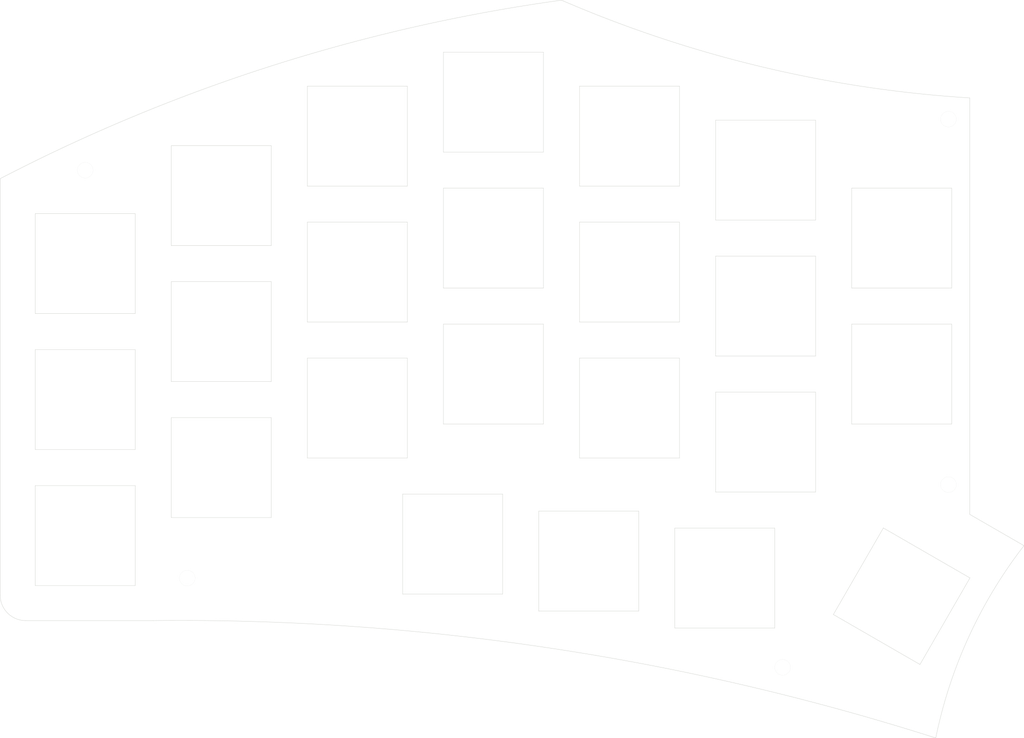
<source format=kicad_pcb>
(kicad_pcb (version 20240108) (generator "pcbnew") (generator_version "8.0")
  (layers (0 "F.Cu" signal) (31 "B.Cu" signal) (34 "B.Paste" user) (35 "F.Paste" user) (36 "B.SilkS" user "B.Silkscreen") (37 "F.SilkS" user "F.Silkscreen") (38 "B.Mask" user) (39 "F.Mask" user) (44 "Edge.Cuts" user))
  (net 0 "")
  (footprint "taka_lib:SH_1U" (layer "F.Cu") (at 150.01875 97.63125)
    (property "Reference" "SW16" (hide yes))
    (property "Value" "SW_Push" (hide yes))
    (fp_line (start -7 -7) (end -7 7) (stroke (width 0.05)) (layer "Edge.Cuts"))
    (fp_line (start -7 7) (end 7 7) (stroke (width 0.05)) (layer "Edge.Cuts"))
    (fp_line (start 7 -7) (end -7 -7) (stroke (width 0.05)) (layer "Edge.Cuts"))
    (fp_line (start 7 7) (end 7 -7) (stroke (width 0.05)) (layer "Edge.Cuts"))
  )
  (footprint "taka_lib:SH_1U" (layer "F.Cu") (at 150.018747 59.531247)
    (property "Reference" "SW14" (hide yes))
    (property "Value" "SW_Push" (hide yes))
    (fp_line (start -7 -7) (end -7 7) (stroke (width 0.05)) (layer "Edge.Cuts"))
    (fp_line (start -7 7) (end 7 7) (stroke (width 0.05)) (layer "Edge.Cuts"))
    (fp_line (start 7 -7) (end -7 -7) (stroke (width 0.05)) (layer "Edge.Cuts"))
    (fp_line (start 7 7) (end 7 -7) (stroke (width 0.05)) (layer "Edge.Cuts"))
  )
  (footprint "taka_lib:SH_1U" (layer "F.Cu") (at 163.353748 121.44375)
    (property "Reference" "SW21" (hide yes))
    (property "Value" "SW_Push" (hide yes))
    (fp_line (start -7 -7) (end -7 7) (stroke (width 0.05)) (layer "Edge.Cuts"))
    (fp_line (start -7 7) (end 7 7) (stroke (width 0.05)) (layer "Edge.Cuts"))
    (fp_line (start 7 -7) (end -7 -7) (stroke (width 0.05)) (layer "Edge.Cuts"))
    (fp_line (start 7 7) (end 7 -7) (stroke (width 0.05)) (layer "Edge.Cuts"))
  )
  (footprint "taka_lib:SH_1U" (layer "F.Cu") (at 130.968747 54.768745)
    (property "Reference" "SW10" (hide yes))
    (property "Value" "SW_Push" (hide yes))
    (fp_line (start -7 -7) (end -7 7) (stroke (width 0.05)) (layer "Edge.Cuts"))
    (fp_line (start -7 7) (end 7 7) (stroke (width 0.05)) (layer "Edge.Cuts"))
    (fp_line (start 7 -7) (end -7 -7) (stroke (width 0.05)) (layer "Edge.Cuts"))
    (fp_line (start 7 7) (end 7 -7) (stroke (width 0.05)) (layer "Edge.Cuts"))
  )
  (footprint "taka_lib:SH_1U" (layer "F.Cu") (at 111.918748 97.631249)
    (property "Reference" "SW9" (hide yes))
    (property "Value" "SW_Push" (hide yes))
    (fp_line (start -7 -7) (end -7 7) (stroke (width 0.05)) (layer "Edge.Cuts"))
    (fp_line (start -7 7) (end 7 7) (stroke (width 0.05)) (layer "Edge.Cuts"))
    (fp_line (start 7 -7) (end -7 -7) (stroke (width 0.05)) (layer "Edge.Cuts"))
    (fp_line (start 7 7) (end 7 -7) (stroke (width 0.05)) (layer "Edge.Cuts"))
  )
  (footprint "taka_lib:SH_1U" (layer "F.Cu") (at 188.11875 123.983748 60)
    (property "Reference" "SW24" (hide yes))
    (property "Value" "SW_Push" (hide yes))
    (fp_line (start -7 -7) (end -7 7) (stroke (width 0.05)) (layer "Edge.Cuts"))
    (fp_line (start 7 -7) (end -7 -7) (stroke (width 0.05)) (layer "Edge.Cuts"))
    (fp_line (start -7 7) (end 7 7) (stroke (width 0.05)) (layer "Edge.Cuts"))
    (fp_line (start 7 7) (end 7 -7) (stroke (width 0.05)) (layer "Edge.Cuts"))
  )
  (footprint "taka_lib:SH_1U" (layer "F.Cu") (at 144.303747 119.062501)
    (property "Reference" "SW17" (hide yes))
    (property "Value" "SW_Push" (hide yes))
    (fp_line (start -7 -7) (end -7 7) (stroke (width 0.05)) (layer "Edge.Cuts"))
    (fp_line (start -7 7) (end 7 7) (stroke (width 0.05)) (layer "Edge.Cuts"))
    (fp_line (start 7 -7) (end -7 -7) (stroke (width 0.05)) (layer "Edge.Cuts"))
    (fp_line (start 7 7) (end 7 -7) (stroke (width 0.05)) (layer "Edge.Cuts"))
  )
  (footprint "taka_lib:SH_1U" (layer "F.Cu") (at 92.868745 67.865625)
    (property "Reference" "SW4" (hide yes))
    (property "Value" "SW_Push" (hide yes))
    (fp_line (start -7 -7) (end -7 7) (stroke (width 0.05)) (layer "Edge.Cuts"))
    (fp_line (start -7 7) (end 7 7) (stroke (width 0.05)) (layer "Edge.Cuts"))
    (fp_line (start 7 -7) (end -7 -7) (stroke (width 0.05)) (layer "Edge.Cuts"))
    (fp_line (start 7 7) (end 7 -7) (stroke (width 0.05)) (layer "Edge.Cuts"))
  )
  (footprint "taka_lib:SH_1U" (layer "F.Cu") (at 73.818748 96.440625)
    (property "Reference" "SW2" (hide yes))
    (property "Value" "SW_Push" (hide yes))
    (fp_line (start -7 -7) (end -7 7) (stroke (width 0.05)) (layer "Edge.Cuts"))
    (fp_line (start -7 7) (end 7 7) (stroke (width 0.05)) (layer "Edge.Cuts"))
    (fp_line (start 7 -7) (end -7 -7) (stroke (width 0.05)) (layer "Edge.Cuts"))
    (fp_line (start 7 7) (end 7 -7) (stroke (width 0.05)) (layer "Edge.Cuts"))
  )
  (footprint "kbd_Hole:m2_Screw_Hole_EdgeCuts" (layer "F.Cu") (at 171.450116 133.945409)
    (property "Reference" "Ref**" (hide yes))
    (property "Value" "Val**" (hide yes))
    (fp_circle (center 0 0) (end 1.1 0) (stroke (width 0.01)) (fill none) (layer "Edge.Cuts"))
  )
  (footprint "taka_lib:SH_1U" (layer "F.Cu") (at 73.818748 115.490621)
    (property "Reference" "SW3" (hide yes))
    (property "Value" "SW_Push" (hide yes))
    (fp_line (start -7 -7) (end -7 7) (stroke (width 0.05)) (layer "Edge.Cuts"))
    (fp_line (start -7 7) (end 7 7) (stroke (width 0.05)) (layer "Edge.Cuts"))
    (fp_line (start 7 -7) (end -7 -7) (stroke (width 0.05)) (layer "Edge.Cuts"))
    (fp_line (start 7 7) (end 7 -7) (stroke (width 0.05)) (layer "Edge.Cuts"))
  )
  (footprint "taka_lib:SH_1U" (layer "F.Cu") (at 169.068749 83.34375)
    (property "Reference" "SW19" (hide yes))
    (property "Value" "SW_Push" (hide yes))
    (fp_line (start -7 -7) (end -7 7) (stroke (width 0.05)) (layer "Edge.Cuts"))
    (fp_line (start -7 7) (end 7 7) (stroke (width 0.05)) (layer "Edge.Cuts"))
    (fp_line (start 7 -7) (end -7 -7) (stroke (width 0.05)) (layer "Edge.Cuts"))
    (fp_line (start 7 7) (end 7 -7) (stroke (width 0.05)) (layer "Edge.Cuts"))
  )
  (footprint "taka_lib:SH_1U" (layer "F.Cu") (at 92.868748 86.915625)
    (property "Reference" "SW5" (hide yes))
    (property "Value" "SW_Push" (hide yes))
    (fp_line (start -7 -7) (end -7 7) (stroke (width 0.05)) (layer "Edge.Cuts"))
    (fp_line (start -7 7) (end 7 7) (stroke (width 0.05)) (layer "Edge.Cuts"))
    (fp_line (start 7 -7) (end -7 -7) (stroke (width 0.05)) (layer "Edge.Cuts"))
    (fp_line (start 7 7) (end 7 -7) (stroke (width 0.05)) (layer "Edge.Cuts"))
  )
  (footprint "taka_lib:SH_1U" (layer "F.Cu") (at 111.918746 59.531246)
    (property "Reference" "SW7" (hide yes))
    (property "Value" "SW_Push" (hide yes))
    (fp_line (start -7 -7) (end -7 7) (stroke (width 0.05)) (layer "Edge.Cuts"))
    (fp_line (start -7 7) (end 7 7) (stroke (width 0.05)) (layer "Edge.Cuts"))
    (fp_line (start 7 -7) (end -7 -7) (stroke (width 0.05)) (layer "Edge.Cuts"))
    (fp_line (start 7 7) (end 7 -7) (stroke (width 0.05)) (layer "Edge.Cuts"))
  )
  (footprint "taka_lib:SH_1U" (layer "F.Cu") (at 130.968747 73.818747)
    (property "Reference" "SW11" (hide yes))
    (property "Value" "SW_Push" (hide yes))
    (fp_line (start -7 -7) (end -7 7) (stroke (width 0.05)) (layer "Edge.Cuts"))
    (fp_line (start -7 7) (end 7 7) (stroke (width 0.05)) (layer "Edge.Cuts"))
    (fp_line (start 7 -7) (end -7 -7) (stroke (width 0.05)) (layer "Edge.Cuts"))
    (fp_line (start 7 7) (end 7 -7) (stroke (width 0.05)) (layer "Edge.Cuts"))
  )
  (footprint "taka_lib:SH_1U" (layer "F.Cu") (at 169.068748 64.293746)
    (property "Reference" "SW18" (hide yes))
    (property "Value" "SW_Push" (hide yes))
    (fp_line (start -7 -7) (end -7 7) (stroke (width 0.05)) (layer "Edge.Cuts"))
    (fp_line (start -7 7) (end 7 7) (stroke (width 0.05)) (layer "Edge.Cuts"))
    (fp_line (start 7 -7) (end -7 -7) (stroke (width 0.05)) (layer "Edge.Cuts"))
    (fp_line (start 7 7) (end 7 -7) (stroke (width 0.05)) (layer "Edge.Cuts"))
  )
  (footprint "kbd_Hole:m2_Screw_Hole_EdgeCuts" (layer "F.Cu") (at 194.667192 57.149999)
    (property "Reference" "Ref**" (hide yes))
    (property "Value" "Val**" (hide yes))
    (fp_circle (center 0 0) (end 1.1 0) (stroke (width 0.01)) (fill none) (layer "Edge.Cuts"))
  )
  (footprint "taka_lib:SH_1U" (layer "F.Cu") (at 150.018747 78.58125)
    (property "Reference" "SW15" (hide yes))
    (property "Value" "SW_Push" (hide yes))
    (fp_line (start -7 -7) (end -7 7) (stroke (width 0.05)) (layer "Edge.Cuts"))
    (fp_line (start -7 7) (end 7 7) (stroke (width 0.05)) (layer "Edge.Cuts"))
    (fp_line (start 7 -7) (end -7 -7) (stroke (width 0.05)) (layer "Edge.Cuts"))
    (fp_line (start 7 7) (end 7 -7) (stroke (width 0.05)) (layer "Edge.Cuts"))
  )
  (footprint "taka_lib:SH_1U" (layer "F.Cu") (at 111.918748 78.581249)
    (property "Reference" "SW8" (hide yes))
    (property "Value" "SW_Push" (hide yes))
    (fp_line (start -7 -7) (end -7 7) (stroke (width 0.05)) (layer "Edge.Cuts"))
    (fp_line (start -7 7) (end 7 7) (stroke (width 0.05)) (layer "Edge.Cuts"))
    (fp_line (start 7 -7) (end -7 -7) (stroke (width 0.05)) (layer "Edge.Cuts"))
    (fp_line (start 7 7) (end 7 -7) (stroke (width 0.05)) (layer "Edge.Cuts"))
  )
  (footprint "kbd_Hole:m2_Screw_Hole_EdgeCuts" (layer "F.Cu") (at 73.818749 64.293749)
    (property "Reference" "Ref**" (hide yes))
    (property "Value" "Val**" (hide yes))
    (fp_circle (center 0 0) (end 1.1 0) (stroke (width 0.01)) (fill none) (layer "Edge.Cuts"))
  )
  (footprint "taka_lib:SH_1U" (layer "F.Cu") (at 130.968749 92.868751)
    (property "Reference" "SW12" (hide yes))
    (property "Value" "SW_Push" (hide yes))
    (fp_line (start -7 -7) (end -7 7) (stroke (width 0.05)) (layer "Edge.Cuts"))
    (fp_line (start -7 7) (end 7 7) (stroke (width 0.05)) (layer "Edge.Cuts"))
    (fp_line (start 7 -7) (end -7 -7) (stroke (width 0.05)) (layer "Edge.Cuts"))
    (fp_line (start 7 7) (end 7 -7) (stroke (width 0.05)) (layer "Edge.Cuts"))
  )
  (footprint "taka_lib:SH_1U" (layer "F.Cu") (at 125.253747 116.681251)
    (property "Reference" "SW13" (hide yes))
    (property "Value" "RotaryEncoder_Switch" (hide yes))
    (fp_line (start -7 -7) (end -7 7) (stroke (width 0.05)) (layer "Edge.Cuts"))
    (fp_line (start -7 7) (end 7 7) (stroke (width 0.05)) (layer "Edge.Cuts"))
    (fp_line (start 7 -7) (end -7 -7) (stroke (width 0.05)) (layer "Edge.Cuts"))
    (fp_line (start 7 7) (end 7 -7) (stroke (width 0.05)) (layer "Edge.Cuts"))
  )
  (footprint "taka_lib:SH_1U" (layer "F.Cu") (at 169.068749 102.39375)
    (property "Reference" "SW20" (hide yes))
    (property "Value" "SW_Push" (hide yes))
    (fp_line (start -7 -7) (end -7 7) (stroke (width 0.05)) (layer "Edge.Cuts"))
    (fp_line (start -7 7) (end 7 7) (stroke (width 0.05)) (layer "Edge.Cuts"))
    (fp_line (start 7 -7) (end -7 -7) (stroke (width 0.05)) (layer "Edge.Cuts"))
    (fp_line (start 7 7) (end 7 -7) (stroke (width 0.05)) (layer "Edge.Cuts"))
  )
  (footprint "kbd_Hole:m2_Screw_Hole_EdgeCuts" (layer "F.Cu") (at 88.106247 121.443749)
    (property "Reference" "Ref**" (hide yes))
    (property "Value" "Val**" (hide yes))
    (fp_circle (center 0 0) (end 1.1 0) (stroke (width 0.01)) (fill none) (layer "Edge.Cuts"))
  )
  (footprint "kbd_Hole:m2_Screw_Hole_EdgeCuts" (layer "F.Cu") (at 194.667192 108.346904)
    (property "Reference" "Ref**" (hide yes))
    (property "Value" "Val**" (hide yes))
    (fp_circle (center 0 0) (end 1.1 0) (stroke (width 0.01)) (fill none) (layer "Edge.Cuts"))
  )
  (footprint "taka_lib:SH_1U" (layer "F.Cu") (at 188.118749 92.86875)
    (property "Reference" "SW23" (hide yes))
    (property "Value" "RotaryEncoder_Switch" (hide yes))
    (fp_line (start -7 -7) (end -7 7) (stroke (width 0.05)) (layer "Edge.Cuts"))
    (fp_line (start -7 7) (end 7 7) (stroke (width 0.05)) (layer "Edge.Cuts"))
    (fp_line (start 7 -7) (end -7 -7) (stroke (width 0.05)) (layer "Edge.Cuts"))
    (fp_line (start 7 7) (end 7 -7) (stroke (width 0.05)) (layer "Edge.Cuts"))
  )
  (footprint "taka_lib:SH_1U" (layer "F.Cu") (at 73.818748 77.390625)
    (property "Reference" "SW1" (hide yes))
    (property "Value" "SW_Push" (hide yes))
    (fp_line (start -7 -7) (end -7 7) (stroke (width 0.05)) (layer "Edge.Cuts"))
    (fp_line (start -7 7) (end 7 7) (stroke (width 0.05)) (layer "Edge.Cuts"))
    (fp_line (start 7 -7) (end -7 -7) (stroke (width 0.05)) (layer "Edge.Cuts"))
    (fp_line (start 7 7) (end 7 -7) (stroke (width 0.05)) (layer "Edge.Cuts"))
  )
  (footprint "taka_lib:SH_1U" (layer "F.Cu") (at 188.118749 73.81875)
    (property "Reference" "SW22" (hide yes))
    (property "Value" "RotaryEncoder_Switch" (hide yes))
    (fp_line (start -7 -7) (end -7 7) (stroke (width 0.05)) (layer "Edge.Cuts"))
    (fp_line (start -7 7) (end 7 7) (stroke (width 0.05)) (layer "Edge.Cuts"))
    (fp_line (start 7 -7) (end -7 -7) (stroke (width 0.05)) (layer "Edge.Cuts"))
    (fp_line (start 7 7) (end 7 -7) (stroke (width 0.05)) (layer "Edge.Cuts"))
  )
  (footprint "taka_lib:SH_1U" (layer "F.Cu") (at 92.868746 105.965626)
    (property "Reference" "SW6" (hide yes))
    (property "Value" "SW_Push" (hide yes))
    (fp_line (start -7 -7) (end -7 7) (stroke (width 0.05)) (layer "Edge.Cuts"))
    (fp_line (start -7 7) (end 7 7) (stroke (width 0.05)) (layer "Edge.Cuts"))
    (fp_line (start 7 -7) (end -7 -7) (stroke (width 0.05)) (layer "Edge.Cuts"))
    (fp_line (start 7 7) (end 7 -7) (stroke (width 0.05)) (layer "Edge.Cuts"))
  )
  (gr_arc (start 61.912498 65.484375) (mid 100.131077 49.613526) (end 140.493747 40.481247) (stroke (width 0.05)) (layer "Edge.Cuts"))
  (gr_line (start 197.643755 112.514095) (end 205.24226 116.901094) (stroke (width 0.05)) (layer "Edge.Cuts"))
  (gr_line (start 61.912498 123.825) (end 61.912498 65.484375) (stroke (width 0.05)) (layer "Edge.Cuts"))
  (gr_line (start 197.64375 54.173418) (end 197.643755 112.514095) (stroke (width 0.05)) (layer "Edge.Cuts"))
  (gr_arc (start 65.484373 127.396875) (mid 62.958671 126.350708) (end 61.912498 123.825) (stroke (width 0.05)) (layer "Edge.Cuts"))
  (gr_arc (start 83.343748 127.396875) (mid 138.777294 131.230575) (end 192.893223 143.841743) (stroke (width 0.05)) (layer "Edge.Cuts"))
  (gr_arc (start 192.893224 143.841743) (mid 197.519244 129.661619) (end 205.24226 116.901094) (stroke (width 0.05)) (layer "Edge.Cuts"))
  (gr_line (start 65.484373 127.396875) (end 83.343748 127.396875) (stroke (width 0.05)) (layer "Edge.Cuts"))
  (gr_arc (start 197.643756 54.173498) (mid 168.47566 49.803082) (end 140.493842 40.481269) (stroke (width 0.05)) (layer "Edge.Cuts"))
)
</source>
